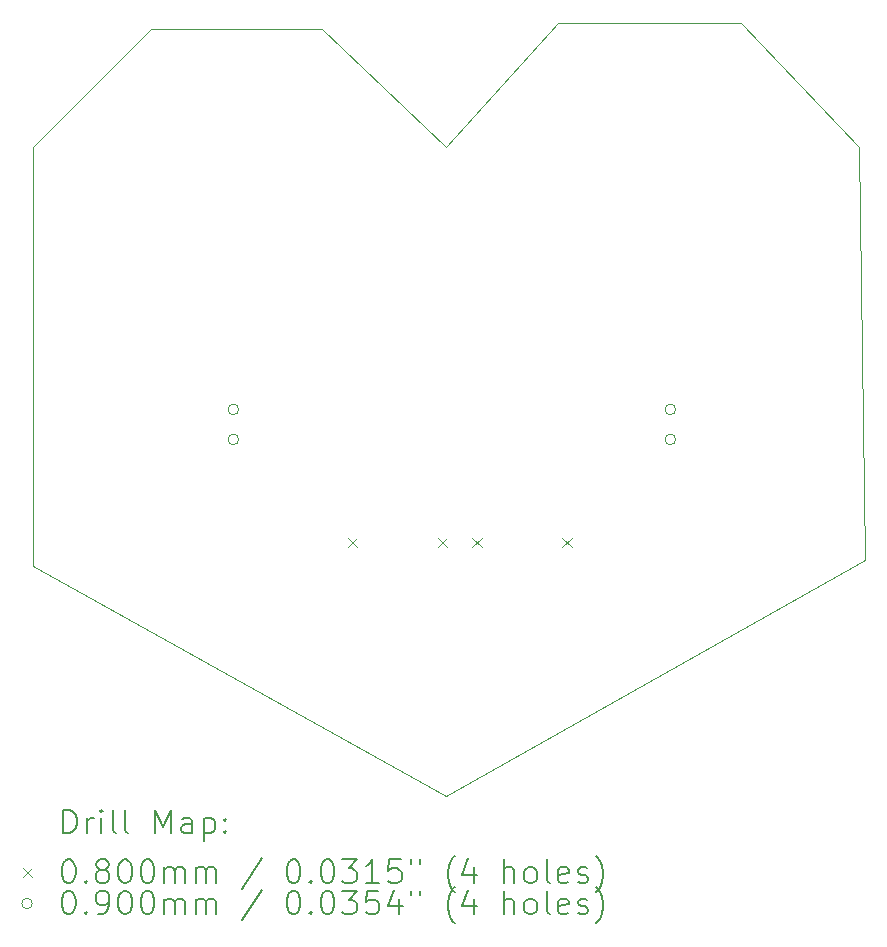
<source format=gbr>
%TF.GenerationSoftware,KiCad,Pcbnew,9.0.2*%
%TF.CreationDate,2025-06-11T20:44:21-07:00*%
%TF.ProjectId,solder,736f6c64-6572-42e6-9b69-6361645f7063,rev?*%
%TF.SameCoordinates,Original*%
%TF.FileFunction,Drillmap*%
%TF.FilePolarity,Positive*%
%FSLAX45Y45*%
G04 Gerber Fmt 4.5, Leading zero omitted, Abs format (unit mm)*
G04 Created by KiCad (PCBNEW 9.0.2) date 2025-06-11 20:44:21*
%MOMM*%
%LPD*%
G01*
G04 APERTURE LIST*
%ADD10C,0.050000*%
%ADD11C,0.200000*%
%ADD12C,0.100000*%
G04 APERTURE END LIST*
D10*
X9500000Y-3000000D02*
X9550000Y-6500000D01*
X6000000Y-8500000D01*
X2500000Y-6550000D01*
X2500000Y-3000000D01*
X3500000Y-2000000D01*
X4950000Y-2000000D01*
X6000000Y-3000000D01*
X6950000Y-1950000D01*
X8500000Y-1950000D01*
X9500000Y-3000000D01*
D11*
D12*
X5170500Y-6310000D02*
X5250500Y-6390000D01*
X5250500Y-6310000D02*
X5170500Y-6390000D01*
X5932500Y-6310000D02*
X6012500Y-6390000D01*
X6012500Y-6310000D02*
X5932500Y-6390000D01*
X6220500Y-6310000D02*
X6300500Y-6390000D01*
X6300500Y-6310000D02*
X6220500Y-6390000D01*
X6982500Y-6310000D02*
X7062500Y-6390000D01*
X7062500Y-6310000D02*
X6982500Y-6390000D01*
X4245000Y-5223500D02*
G75*
G02*
X4155000Y-5223500I-45000J0D01*
G01*
X4155000Y-5223500D02*
G75*
G02*
X4245000Y-5223500I45000J0D01*
G01*
X4245000Y-5477500D02*
G75*
G02*
X4155000Y-5477500I-45000J0D01*
G01*
X4155000Y-5477500D02*
G75*
G02*
X4245000Y-5477500I45000J0D01*
G01*
X7945000Y-5223500D02*
G75*
G02*
X7855000Y-5223500I-45000J0D01*
G01*
X7855000Y-5223500D02*
G75*
G02*
X7945000Y-5223500I45000J0D01*
G01*
X7945000Y-5477500D02*
G75*
G02*
X7855000Y-5477500I-45000J0D01*
G01*
X7855000Y-5477500D02*
G75*
G02*
X7945000Y-5477500I45000J0D01*
G01*
D11*
X2758277Y-8813984D02*
X2758277Y-8613984D01*
X2758277Y-8613984D02*
X2805896Y-8613984D01*
X2805896Y-8613984D02*
X2834467Y-8623508D01*
X2834467Y-8623508D02*
X2853515Y-8642555D01*
X2853515Y-8642555D02*
X2863039Y-8661603D01*
X2863039Y-8661603D02*
X2872562Y-8699698D01*
X2872562Y-8699698D02*
X2872562Y-8728270D01*
X2872562Y-8728270D02*
X2863039Y-8766365D01*
X2863039Y-8766365D02*
X2853515Y-8785412D01*
X2853515Y-8785412D02*
X2834467Y-8804460D01*
X2834467Y-8804460D02*
X2805896Y-8813984D01*
X2805896Y-8813984D02*
X2758277Y-8813984D01*
X2958277Y-8813984D02*
X2958277Y-8680650D01*
X2958277Y-8718746D02*
X2967801Y-8699698D01*
X2967801Y-8699698D02*
X2977324Y-8690174D01*
X2977324Y-8690174D02*
X2996372Y-8680650D01*
X2996372Y-8680650D02*
X3015420Y-8680650D01*
X3082086Y-8813984D02*
X3082086Y-8680650D01*
X3082086Y-8613984D02*
X3072562Y-8623508D01*
X3072562Y-8623508D02*
X3082086Y-8633031D01*
X3082086Y-8633031D02*
X3091610Y-8623508D01*
X3091610Y-8623508D02*
X3082086Y-8613984D01*
X3082086Y-8613984D02*
X3082086Y-8633031D01*
X3205896Y-8813984D02*
X3186848Y-8804460D01*
X3186848Y-8804460D02*
X3177324Y-8785412D01*
X3177324Y-8785412D02*
X3177324Y-8613984D01*
X3310658Y-8813984D02*
X3291610Y-8804460D01*
X3291610Y-8804460D02*
X3282086Y-8785412D01*
X3282086Y-8785412D02*
X3282086Y-8613984D01*
X3539229Y-8813984D02*
X3539229Y-8613984D01*
X3539229Y-8613984D02*
X3605896Y-8756841D01*
X3605896Y-8756841D02*
X3672562Y-8613984D01*
X3672562Y-8613984D02*
X3672562Y-8813984D01*
X3853515Y-8813984D02*
X3853515Y-8709222D01*
X3853515Y-8709222D02*
X3843991Y-8690174D01*
X3843991Y-8690174D02*
X3824943Y-8680650D01*
X3824943Y-8680650D02*
X3786848Y-8680650D01*
X3786848Y-8680650D02*
X3767801Y-8690174D01*
X3853515Y-8804460D02*
X3834467Y-8813984D01*
X3834467Y-8813984D02*
X3786848Y-8813984D01*
X3786848Y-8813984D02*
X3767801Y-8804460D01*
X3767801Y-8804460D02*
X3758277Y-8785412D01*
X3758277Y-8785412D02*
X3758277Y-8766365D01*
X3758277Y-8766365D02*
X3767801Y-8747317D01*
X3767801Y-8747317D02*
X3786848Y-8737793D01*
X3786848Y-8737793D02*
X3834467Y-8737793D01*
X3834467Y-8737793D02*
X3853515Y-8728270D01*
X3948753Y-8680650D02*
X3948753Y-8880650D01*
X3948753Y-8690174D02*
X3967801Y-8680650D01*
X3967801Y-8680650D02*
X4005896Y-8680650D01*
X4005896Y-8680650D02*
X4024943Y-8690174D01*
X4024943Y-8690174D02*
X4034467Y-8699698D01*
X4034467Y-8699698D02*
X4043991Y-8718746D01*
X4043991Y-8718746D02*
X4043991Y-8775889D01*
X4043991Y-8775889D02*
X4034467Y-8794936D01*
X4034467Y-8794936D02*
X4024943Y-8804460D01*
X4024943Y-8804460D02*
X4005896Y-8813984D01*
X4005896Y-8813984D02*
X3967801Y-8813984D01*
X3967801Y-8813984D02*
X3948753Y-8804460D01*
X4129705Y-8794936D02*
X4139229Y-8804460D01*
X4139229Y-8804460D02*
X4129705Y-8813984D01*
X4129705Y-8813984D02*
X4120182Y-8804460D01*
X4120182Y-8804460D02*
X4129705Y-8794936D01*
X4129705Y-8794936D02*
X4129705Y-8813984D01*
X4129705Y-8690174D02*
X4139229Y-8699698D01*
X4139229Y-8699698D02*
X4129705Y-8709222D01*
X4129705Y-8709222D02*
X4120182Y-8699698D01*
X4120182Y-8699698D02*
X4129705Y-8690174D01*
X4129705Y-8690174D02*
X4129705Y-8709222D01*
D12*
X2417500Y-9102500D02*
X2497500Y-9182500D01*
X2497500Y-9102500D02*
X2417500Y-9182500D01*
D11*
X2796372Y-9033984D02*
X2815420Y-9033984D01*
X2815420Y-9033984D02*
X2834467Y-9043508D01*
X2834467Y-9043508D02*
X2843991Y-9053031D01*
X2843991Y-9053031D02*
X2853515Y-9072079D01*
X2853515Y-9072079D02*
X2863039Y-9110174D01*
X2863039Y-9110174D02*
X2863039Y-9157793D01*
X2863039Y-9157793D02*
X2853515Y-9195889D01*
X2853515Y-9195889D02*
X2843991Y-9214936D01*
X2843991Y-9214936D02*
X2834467Y-9224460D01*
X2834467Y-9224460D02*
X2815420Y-9233984D01*
X2815420Y-9233984D02*
X2796372Y-9233984D01*
X2796372Y-9233984D02*
X2777324Y-9224460D01*
X2777324Y-9224460D02*
X2767801Y-9214936D01*
X2767801Y-9214936D02*
X2758277Y-9195889D01*
X2758277Y-9195889D02*
X2748753Y-9157793D01*
X2748753Y-9157793D02*
X2748753Y-9110174D01*
X2748753Y-9110174D02*
X2758277Y-9072079D01*
X2758277Y-9072079D02*
X2767801Y-9053031D01*
X2767801Y-9053031D02*
X2777324Y-9043508D01*
X2777324Y-9043508D02*
X2796372Y-9033984D01*
X2948753Y-9214936D02*
X2958277Y-9224460D01*
X2958277Y-9224460D02*
X2948753Y-9233984D01*
X2948753Y-9233984D02*
X2939229Y-9224460D01*
X2939229Y-9224460D02*
X2948753Y-9214936D01*
X2948753Y-9214936D02*
X2948753Y-9233984D01*
X3072562Y-9119698D02*
X3053515Y-9110174D01*
X3053515Y-9110174D02*
X3043991Y-9100650D01*
X3043991Y-9100650D02*
X3034467Y-9081603D01*
X3034467Y-9081603D02*
X3034467Y-9072079D01*
X3034467Y-9072079D02*
X3043991Y-9053031D01*
X3043991Y-9053031D02*
X3053515Y-9043508D01*
X3053515Y-9043508D02*
X3072562Y-9033984D01*
X3072562Y-9033984D02*
X3110658Y-9033984D01*
X3110658Y-9033984D02*
X3129705Y-9043508D01*
X3129705Y-9043508D02*
X3139229Y-9053031D01*
X3139229Y-9053031D02*
X3148753Y-9072079D01*
X3148753Y-9072079D02*
X3148753Y-9081603D01*
X3148753Y-9081603D02*
X3139229Y-9100650D01*
X3139229Y-9100650D02*
X3129705Y-9110174D01*
X3129705Y-9110174D02*
X3110658Y-9119698D01*
X3110658Y-9119698D02*
X3072562Y-9119698D01*
X3072562Y-9119698D02*
X3053515Y-9129222D01*
X3053515Y-9129222D02*
X3043991Y-9138746D01*
X3043991Y-9138746D02*
X3034467Y-9157793D01*
X3034467Y-9157793D02*
X3034467Y-9195889D01*
X3034467Y-9195889D02*
X3043991Y-9214936D01*
X3043991Y-9214936D02*
X3053515Y-9224460D01*
X3053515Y-9224460D02*
X3072562Y-9233984D01*
X3072562Y-9233984D02*
X3110658Y-9233984D01*
X3110658Y-9233984D02*
X3129705Y-9224460D01*
X3129705Y-9224460D02*
X3139229Y-9214936D01*
X3139229Y-9214936D02*
X3148753Y-9195889D01*
X3148753Y-9195889D02*
X3148753Y-9157793D01*
X3148753Y-9157793D02*
X3139229Y-9138746D01*
X3139229Y-9138746D02*
X3129705Y-9129222D01*
X3129705Y-9129222D02*
X3110658Y-9119698D01*
X3272562Y-9033984D02*
X3291610Y-9033984D01*
X3291610Y-9033984D02*
X3310658Y-9043508D01*
X3310658Y-9043508D02*
X3320182Y-9053031D01*
X3320182Y-9053031D02*
X3329705Y-9072079D01*
X3329705Y-9072079D02*
X3339229Y-9110174D01*
X3339229Y-9110174D02*
X3339229Y-9157793D01*
X3339229Y-9157793D02*
X3329705Y-9195889D01*
X3329705Y-9195889D02*
X3320182Y-9214936D01*
X3320182Y-9214936D02*
X3310658Y-9224460D01*
X3310658Y-9224460D02*
X3291610Y-9233984D01*
X3291610Y-9233984D02*
X3272562Y-9233984D01*
X3272562Y-9233984D02*
X3253515Y-9224460D01*
X3253515Y-9224460D02*
X3243991Y-9214936D01*
X3243991Y-9214936D02*
X3234467Y-9195889D01*
X3234467Y-9195889D02*
X3224943Y-9157793D01*
X3224943Y-9157793D02*
X3224943Y-9110174D01*
X3224943Y-9110174D02*
X3234467Y-9072079D01*
X3234467Y-9072079D02*
X3243991Y-9053031D01*
X3243991Y-9053031D02*
X3253515Y-9043508D01*
X3253515Y-9043508D02*
X3272562Y-9033984D01*
X3463039Y-9033984D02*
X3482086Y-9033984D01*
X3482086Y-9033984D02*
X3501134Y-9043508D01*
X3501134Y-9043508D02*
X3510658Y-9053031D01*
X3510658Y-9053031D02*
X3520182Y-9072079D01*
X3520182Y-9072079D02*
X3529705Y-9110174D01*
X3529705Y-9110174D02*
X3529705Y-9157793D01*
X3529705Y-9157793D02*
X3520182Y-9195889D01*
X3520182Y-9195889D02*
X3510658Y-9214936D01*
X3510658Y-9214936D02*
X3501134Y-9224460D01*
X3501134Y-9224460D02*
X3482086Y-9233984D01*
X3482086Y-9233984D02*
X3463039Y-9233984D01*
X3463039Y-9233984D02*
X3443991Y-9224460D01*
X3443991Y-9224460D02*
X3434467Y-9214936D01*
X3434467Y-9214936D02*
X3424943Y-9195889D01*
X3424943Y-9195889D02*
X3415420Y-9157793D01*
X3415420Y-9157793D02*
X3415420Y-9110174D01*
X3415420Y-9110174D02*
X3424943Y-9072079D01*
X3424943Y-9072079D02*
X3434467Y-9053031D01*
X3434467Y-9053031D02*
X3443991Y-9043508D01*
X3443991Y-9043508D02*
X3463039Y-9033984D01*
X3615420Y-9233984D02*
X3615420Y-9100650D01*
X3615420Y-9119698D02*
X3624943Y-9110174D01*
X3624943Y-9110174D02*
X3643991Y-9100650D01*
X3643991Y-9100650D02*
X3672563Y-9100650D01*
X3672563Y-9100650D02*
X3691610Y-9110174D01*
X3691610Y-9110174D02*
X3701134Y-9129222D01*
X3701134Y-9129222D02*
X3701134Y-9233984D01*
X3701134Y-9129222D02*
X3710658Y-9110174D01*
X3710658Y-9110174D02*
X3729705Y-9100650D01*
X3729705Y-9100650D02*
X3758277Y-9100650D01*
X3758277Y-9100650D02*
X3777324Y-9110174D01*
X3777324Y-9110174D02*
X3786848Y-9129222D01*
X3786848Y-9129222D02*
X3786848Y-9233984D01*
X3882086Y-9233984D02*
X3882086Y-9100650D01*
X3882086Y-9119698D02*
X3891610Y-9110174D01*
X3891610Y-9110174D02*
X3910658Y-9100650D01*
X3910658Y-9100650D02*
X3939229Y-9100650D01*
X3939229Y-9100650D02*
X3958277Y-9110174D01*
X3958277Y-9110174D02*
X3967801Y-9129222D01*
X3967801Y-9129222D02*
X3967801Y-9233984D01*
X3967801Y-9129222D02*
X3977324Y-9110174D01*
X3977324Y-9110174D02*
X3996372Y-9100650D01*
X3996372Y-9100650D02*
X4024943Y-9100650D01*
X4024943Y-9100650D02*
X4043991Y-9110174D01*
X4043991Y-9110174D02*
X4053515Y-9129222D01*
X4053515Y-9129222D02*
X4053515Y-9233984D01*
X4443991Y-9024460D02*
X4272563Y-9281603D01*
X4701134Y-9033984D02*
X4720182Y-9033984D01*
X4720182Y-9033984D02*
X4739229Y-9043508D01*
X4739229Y-9043508D02*
X4748753Y-9053031D01*
X4748753Y-9053031D02*
X4758277Y-9072079D01*
X4758277Y-9072079D02*
X4767801Y-9110174D01*
X4767801Y-9110174D02*
X4767801Y-9157793D01*
X4767801Y-9157793D02*
X4758277Y-9195889D01*
X4758277Y-9195889D02*
X4748753Y-9214936D01*
X4748753Y-9214936D02*
X4739229Y-9224460D01*
X4739229Y-9224460D02*
X4720182Y-9233984D01*
X4720182Y-9233984D02*
X4701134Y-9233984D01*
X4701134Y-9233984D02*
X4682087Y-9224460D01*
X4682087Y-9224460D02*
X4672563Y-9214936D01*
X4672563Y-9214936D02*
X4663039Y-9195889D01*
X4663039Y-9195889D02*
X4653515Y-9157793D01*
X4653515Y-9157793D02*
X4653515Y-9110174D01*
X4653515Y-9110174D02*
X4663039Y-9072079D01*
X4663039Y-9072079D02*
X4672563Y-9053031D01*
X4672563Y-9053031D02*
X4682087Y-9043508D01*
X4682087Y-9043508D02*
X4701134Y-9033984D01*
X4853515Y-9214936D02*
X4863039Y-9224460D01*
X4863039Y-9224460D02*
X4853515Y-9233984D01*
X4853515Y-9233984D02*
X4843991Y-9224460D01*
X4843991Y-9224460D02*
X4853515Y-9214936D01*
X4853515Y-9214936D02*
X4853515Y-9233984D01*
X4986848Y-9033984D02*
X5005896Y-9033984D01*
X5005896Y-9033984D02*
X5024944Y-9043508D01*
X5024944Y-9043508D02*
X5034468Y-9053031D01*
X5034468Y-9053031D02*
X5043991Y-9072079D01*
X5043991Y-9072079D02*
X5053515Y-9110174D01*
X5053515Y-9110174D02*
X5053515Y-9157793D01*
X5053515Y-9157793D02*
X5043991Y-9195889D01*
X5043991Y-9195889D02*
X5034468Y-9214936D01*
X5034468Y-9214936D02*
X5024944Y-9224460D01*
X5024944Y-9224460D02*
X5005896Y-9233984D01*
X5005896Y-9233984D02*
X4986848Y-9233984D01*
X4986848Y-9233984D02*
X4967801Y-9224460D01*
X4967801Y-9224460D02*
X4958277Y-9214936D01*
X4958277Y-9214936D02*
X4948753Y-9195889D01*
X4948753Y-9195889D02*
X4939229Y-9157793D01*
X4939229Y-9157793D02*
X4939229Y-9110174D01*
X4939229Y-9110174D02*
X4948753Y-9072079D01*
X4948753Y-9072079D02*
X4958277Y-9053031D01*
X4958277Y-9053031D02*
X4967801Y-9043508D01*
X4967801Y-9043508D02*
X4986848Y-9033984D01*
X5120182Y-9033984D02*
X5243991Y-9033984D01*
X5243991Y-9033984D02*
X5177325Y-9110174D01*
X5177325Y-9110174D02*
X5205896Y-9110174D01*
X5205896Y-9110174D02*
X5224944Y-9119698D01*
X5224944Y-9119698D02*
X5234468Y-9129222D01*
X5234468Y-9129222D02*
X5243991Y-9148270D01*
X5243991Y-9148270D02*
X5243991Y-9195889D01*
X5243991Y-9195889D02*
X5234468Y-9214936D01*
X5234468Y-9214936D02*
X5224944Y-9224460D01*
X5224944Y-9224460D02*
X5205896Y-9233984D01*
X5205896Y-9233984D02*
X5148753Y-9233984D01*
X5148753Y-9233984D02*
X5129706Y-9224460D01*
X5129706Y-9224460D02*
X5120182Y-9214936D01*
X5434468Y-9233984D02*
X5320182Y-9233984D01*
X5377325Y-9233984D02*
X5377325Y-9033984D01*
X5377325Y-9033984D02*
X5358277Y-9062555D01*
X5358277Y-9062555D02*
X5339229Y-9081603D01*
X5339229Y-9081603D02*
X5320182Y-9091127D01*
X5615420Y-9033984D02*
X5520182Y-9033984D01*
X5520182Y-9033984D02*
X5510658Y-9129222D01*
X5510658Y-9129222D02*
X5520182Y-9119698D01*
X5520182Y-9119698D02*
X5539229Y-9110174D01*
X5539229Y-9110174D02*
X5586849Y-9110174D01*
X5586849Y-9110174D02*
X5605896Y-9119698D01*
X5605896Y-9119698D02*
X5615420Y-9129222D01*
X5615420Y-9129222D02*
X5624944Y-9148270D01*
X5624944Y-9148270D02*
X5624944Y-9195889D01*
X5624944Y-9195889D02*
X5615420Y-9214936D01*
X5615420Y-9214936D02*
X5605896Y-9224460D01*
X5605896Y-9224460D02*
X5586849Y-9233984D01*
X5586849Y-9233984D02*
X5539229Y-9233984D01*
X5539229Y-9233984D02*
X5520182Y-9224460D01*
X5520182Y-9224460D02*
X5510658Y-9214936D01*
X5701134Y-9033984D02*
X5701134Y-9072079D01*
X5777325Y-9033984D02*
X5777325Y-9072079D01*
X6072563Y-9310174D02*
X6063039Y-9300650D01*
X6063039Y-9300650D02*
X6043991Y-9272079D01*
X6043991Y-9272079D02*
X6034468Y-9253031D01*
X6034468Y-9253031D02*
X6024944Y-9224460D01*
X6024944Y-9224460D02*
X6015420Y-9176841D01*
X6015420Y-9176841D02*
X6015420Y-9138746D01*
X6015420Y-9138746D02*
X6024944Y-9091127D01*
X6024944Y-9091127D02*
X6034468Y-9062555D01*
X6034468Y-9062555D02*
X6043991Y-9043508D01*
X6043991Y-9043508D02*
X6063039Y-9014936D01*
X6063039Y-9014936D02*
X6072563Y-9005412D01*
X6234468Y-9100650D02*
X6234468Y-9233984D01*
X6186848Y-9024460D02*
X6139229Y-9167317D01*
X6139229Y-9167317D02*
X6263039Y-9167317D01*
X6491610Y-9233984D02*
X6491610Y-9033984D01*
X6577325Y-9233984D02*
X6577325Y-9129222D01*
X6577325Y-9129222D02*
X6567801Y-9110174D01*
X6567801Y-9110174D02*
X6548753Y-9100650D01*
X6548753Y-9100650D02*
X6520182Y-9100650D01*
X6520182Y-9100650D02*
X6501134Y-9110174D01*
X6501134Y-9110174D02*
X6491610Y-9119698D01*
X6701134Y-9233984D02*
X6682087Y-9224460D01*
X6682087Y-9224460D02*
X6672563Y-9214936D01*
X6672563Y-9214936D02*
X6663039Y-9195889D01*
X6663039Y-9195889D02*
X6663039Y-9138746D01*
X6663039Y-9138746D02*
X6672563Y-9119698D01*
X6672563Y-9119698D02*
X6682087Y-9110174D01*
X6682087Y-9110174D02*
X6701134Y-9100650D01*
X6701134Y-9100650D02*
X6729706Y-9100650D01*
X6729706Y-9100650D02*
X6748753Y-9110174D01*
X6748753Y-9110174D02*
X6758277Y-9119698D01*
X6758277Y-9119698D02*
X6767801Y-9138746D01*
X6767801Y-9138746D02*
X6767801Y-9195889D01*
X6767801Y-9195889D02*
X6758277Y-9214936D01*
X6758277Y-9214936D02*
X6748753Y-9224460D01*
X6748753Y-9224460D02*
X6729706Y-9233984D01*
X6729706Y-9233984D02*
X6701134Y-9233984D01*
X6882087Y-9233984D02*
X6863039Y-9224460D01*
X6863039Y-9224460D02*
X6853515Y-9205412D01*
X6853515Y-9205412D02*
X6853515Y-9033984D01*
X7034468Y-9224460D02*
X7015420Y-9233984D01*
X7015420Y-9233984D02*
X6977325Y-9233984D01*
X6977325Y-9233984D02*
X6958277Y-9224460D01*
X6958277Y-9224460D02*
X6948753Y-9205412D01*
X6948753Y-9205412D02*
X6948753Y-9129222D01*
X6948753Y-9129222D02*
X6958277Y-9110174D01*
X6958277Y-9110174D02*
X6977325Y-9100650D01*
X6977325Y-9100650D02*
X7015420Y-9100650D01*
X7015420Y-9100650D02*
X7034468Y-9110174D01*
X7034468Y-9110174D02*
X7043991Y-9129222D01*
X7043991Y-9129222D02*
X7043991Y-9148270D01*
X7043991Y-9148270D02*
X6948753Y-9167317D01*
X7120182Y-9224460D02*
X7139230Y-9233984D01*
X7139230Y-9233984D02*
X7177325Y-9233984D01*
X7177325Y-9233984D02*
X7196372Y-9224460D01*
X7196372Y-9224460D02*
X7205896Y-9205412D01*
X7205896Y-9205412D02*
X7205896Y-9195889D01*
X7205896Y-9195889D02*
X7196372Y-9176841D01*
X7196372Y-9176841D02*
X7177325Y-9167317D01*
X7177325Y-9167317D02*
X7148753Y-9167317D01*
X7148753Y-9167317D02*
X7129706Y-9157793D01*
X7129706Y-9157793D02*
X7120182Y-9138746D01*
X7120182Y-9138746D02*
X7120182Y-9129222D01*
X7120182Y-9129222D02*
X7129706Y-9110174D01*
X7129706Y-9110174D02*
X7148753Y-9100650D01*
X7148753Y-9100650D02*
X7177325Y-9100650D01*
X7177325Y-9100650D02*
X7196372Y-9110174D01*
X7272563Y-9310174D02*
X7282087Y-9300650D01*
X7282087Y-9300650D02*
X7301134Y-9272079D01*
X7301134Y-9272079D02*
X7310658Y-9253031D01*
X7310658Y-9253031D02*
X7320182Y-9224460D01*
X7320182Y-9224460D02*
X7329706Y-9176841D01*
X7329706Y-9176841D02*
X7329706Y-9138746D01*
X7329706Y-9138746D02*
X7320182Y-9091127D01*
X7320182Y-9091127D02*
X7310658Y-9062555D01*
X7310658Y-9062555D02*
X7301134Y-9043508D01*
X7301134Y-9043508D02*
X7282087Y-9014936D01*
X7282087Y-9014936D02*
X7272563Y-9005412D01*
D12*
X2497500Y-9406500D02*
G75*
G02*
X2407500Y-9406500I-45000J0D01*
G01*
X2407500Y-9406500D02*
G75*
G02*
X2497500Y-9406500I45000J0D01*
G01*
D11*
X2796372Y-9297984D02*
X2815420Y-9297984D01*
X2815420Y-9297984D02*
X2834467Y-9307508D01*
X2834467Y-9307508D02*
X2843991Y-9317031D01*
X2843991Y-9317031D02*
X2853515Y-9336079D01*
X2853515Y-9336079D02*
X2863039Y-9374174D01*
X2863039Y-9374174D02*
X2863039Y-9421793D01*
X2863039Y-9421793D02*
X2853515Y-9459889D01*
X2853515Y-9459889D02*
X2843991Y-9478936D01*
X2843991Y-9478936D02*
X2834467Y-9488460D01*
X2834467Y-9488460D02*
X2815420Y-9497984D01*
X2815420Y-9497984D02*
X2796372Y-9497984D01*
X2796372Y-9497984D02*
X2777324Y-9488460D01*
X2777324Y-9488460D02*
X2767801Y-9478936D01*
X2767801Y-9478936D02*
X2758277Y-9459889D01*
X2758277Y-9459889D02*
X2748753Y-9421793D01*
X2748753Y-9421793D02*
X2748753Y-9374174D01*
X2748753Y-9374174D02*
X2758277Y-9336079D01*
X2758277Y-9336079D02*
X2767801Y-9317031D01*
X2767801Y-9317031D02*
X2777324Y-9307508D01*
X2777324Y-9307508D02*
X2796372Y-9297984D01*
X2948753Y-9478936D02*
X2958277Y-9488460D01*
X2958277Y-9488460D02*
X2948753Y-9497984D01*
X2948753Y-9497984D02*
X2939229Y-9488460D01*
X2939229Y-9488460D02*
X2948753Y-9478936D01*
X2948753Y-9478936D02*
X2948753Y-9497984D01*
X3053515Y-9497984D02*
X3091610Y-9497984D01*
X3091610Y-9497984D02*
X3110658Y-9488460D01*
X3110658Y-9488460D02*
X3120182Y-9478936D01*
X3120182Y-9478936D02*
X3139229Y-9450365D01*
X3139229Y-9450365D02*
X3148753Y-9412270D01*
X3148753Y-9412270D02*
X3148753Y-9336079D01*
X3148753Y-9336079D02*
X3139229Y-9317031D01*
X3139229Y-9317031D02*
X3129705Y-9307508D01*
X3129705Y-9307508D02*
X3110658Y-9297984D01*
X3110658Y-9297984D02*
X3072562Y-9297984D01*
X3072562Y-9297984D02*
X3053515Y-9307508D01*
X3053515Y-9307508D02*
X3043991Y-9317031D01*
X3043991Y-9317031D02*
X3034467Y-9336079D01*
X3034467Y-9336079D02*
X3034467Y-9383698D01*
X3034467Y-9383698D02*
X3043991Y-9402746D01*
X3043991Y-9402746D02*
X3053515Y-9412270D01*
X3053515Y-9412270D02*
X3072562Y-9421793D01*
X3072562Y-9421793D02*
X3110658Y-9421793D01*
X3110658Y-9421793D02*
X3129705Y-9412270D01*
X3129705Y-9412270D02*
X3139229Y-9402746D01*
X3139229Y-9402746D02*
X3148753Y-9383698D01*
X3272562Y-9297984D02*
X3291610Y-9297984D01*
X3291610Y-9297984D02*
X3310658Y-9307508D01*
X3310658Y-9307508D02*
X3320182Y-9317031D01*
X3320182Y-9317031D02*
X3329705Y-9336079D01*
X3329705Y-9336079D02*
X3339229Y-9374174D01*
X3339229Y-9374174D02*
X3339229Y-9421793D01*
X3339229Y-9421793D02*
X3329705Y-9459889D01*
X3329705Y-9459889D02*
X3320182Y-9478936D01*
X3320182Y-9478936D02*
X3310658Y-9488460D01*
X3310658Y-9488460D02*
X3291610Y-9497984D01*
X3291610Y-9497984D02*
X3272562Y-9497984D01*
X3272562Y-9497984D02*
X3253515Y-9488460D01*
X3253515Y-9488460D02*
X3243991Y-9478936D01*
X3243991Y-9478936D02*
X3234467Y-9459889D01*
X3234467Y-9459889D02*
X3224943Y-9421793D01*
X3224943Y-9421793D02*
X3224943Y-9374174D01*
X3224943Y-9374174D02*
X3234467Y-9336079D01*
X3234467Y-9336079D02*
X3243991Y-9317031D01*
X3243991Y-9317031D02*
X3253515Y-9307508D01*
X3253515Y-9307508D02*
X3272562Y-9297984D01*
X3463039Y-9297984D02*
X3482086Y-9297984D01*
X3482086Y-9297984D02*
X3501134Y-9307508D01*
X3501134Y-9307508D02*
X3510658Y-9317031D01*
X3510658Y-9317031D02*
X3520182Y-9336079D01*
X3520182Y-9336079D02*
X3529705Y-9374174D01*
X3529705Y-9374174D02*
X3529705Y-9421793D01*
X3529705Y-9421793D02*
X3520182Y-9459889D01*
X3520182Y-9459889D02*
X3510658Y-9478936D01*
X3510658Y-9478936D02*
X3501134Y-9488460D01*
X3501134Y-9488460D02*
X3482086Y-9497984D01*
X3482086Y-9497984D02*
X3463039Y-9497984D01*
X3463039Y-9497984D02*
X3443991Y-9488460D01*
X3443991Y-9488460D02*
X3434467Y-9478936D01*
X3434467Y-9478936D02*
X3424943Y-9459889D01*
X3424943Y-9459889D02*
X3415420Y-9421793D01*
X3415420Y-9421793D02*
X3415420Y-9374174D01*
X3415420Y-9374174D02*
X3424943Y-9336079D01*
X3424943Y-9336079D02*
X3434467Y-9317031D01*
X3434467Y-9317031D02*
X3443991Y-9307508D01*
X3443991Y-9307508D02*
X3463039Y-9297984D01*
X3615420Y-9497984D02*
X3615420Y-9364650D01*
X3615420Y-9383698D02*
X3624943Y-9374174D01*
X3624943Y-9374174D02*
X3643991Y-9364650D01*
X3643991Y-9364650D02*
X3672563Y-9364650D01*
X3672563Y-9364650D02*
X3691610Y-9374174D01*
X3691610Y-9374174D02*
X3701134Y-9393222D01*
X3701134Y-9393222D02*
X3701134Y-9497984D01*
X3701134Y-9393222D02*
X3710658Y-9374174D01*
X3710658Y-9374174D02*
X3729705Y-9364650D01*
X3729705Y-9364650D02*
X3758277Y-9364650D01*
X3758277Y-9364650D02*
X3777324Y-9374174D01*
X3777324Y-9374174D02*
X3786848Y-9393222D01*
X3786848Y-9393222D02*
X3786848Y-9497984D01*
X3882086Y-9497984D02*
X3882086Y-9364650D01*
X3882086Y-9383698D02*
X3891610Y-9374174D01*
X3891610Y-9374174D02*
X3910658Y-9364650D01*
X3910658Y-9364650D02*
X3939229Y-9364650D01*
X3939229Y-9364650D02*
X3958277Y-9374174D01*
X3958277Y-9374174D02*
X3967801Y-9393222D01*
X3967801Y-9393222D02*
X3967801Y-9497984D01*
X3967801Y-9393222D02*
X3977324Y-9374174D01*
X3977324Y-9374174D02*
X3996372Y-9364650D01*
X3996372Y-9364650D02*
X4024943Y-9364650D01*
X4024943Y-9364650D02*
X4043991Y-9374174D01*
X4043991Y-9374174D02*
X4053515Y-9393222D01*
X4053515Y-9393222D02*
X4053515Y-9497984D01*
X4443991Y-9288460D02*
X4272563Y-9545603D01*
X4701134Y-9297984D02*
X4720182Y-9297984D01*
X4720182Y-9297984D02*
X4739229Y-9307508D01*
X4739229Y-9307508D02*
X4748753Y-9317031D01*
X4748753Y-9317031D02*
X4758277Y-9336079D01*
X4758277Y-9336079D02*
X4767801Y-9374174D01*
X4767801Y-9374174D02*
X4767801Y-9421793D01*
X4767801Y-9421793D02*
X4758277Y-9459889D01*
X4758277Y-9459889D02*
X4748753Y-9478936D01*
X4748753Y-9478936D02*
X4739229Y-9488460D01*
X4739229Y-9488460D02*
X4720182Y-9497984D01*
X4720182Y-9497984D02*
X4701134Y-9497984D01*
X4701134Y-9497984D02*
X4682087Y-9488460D01*
X4682087Y-9488460D02*
X4672563Y-9478936D01*
X4672563Y-9478936D02*
X4663039Y-9459889D01*
X4663039Y-9459889D02*
X4653515Y-9421793D01*
X4653515Y-9421793D02*
X4653515Y-9374174D01*
X4653515Y-9374174D02*
X4663039Y-9336079D01*
X4663039Y-9336079D02*
X4672563Y-9317031D01*
X4672563Y-9317031D02*
X4682087Y-9307508D01*
X4682087Y-9307508D02*
X4701134Y-9297984D01*
X4853515Y-9478936D02*
X4863039Y-9488460D01*
X4863039Y-9488460D02*
X4853515Y-9497984D01*
X4853515Y-9497984D02*
X4843991Y-9488460D01*
X4843991Y-9488460D02*
X4853515Y-9478936D01*
X4853515Y-9478936D02*
X4853515Y-9497984D01*
X4986848Y-9297984D02*
X5005896Y-9297984D01*
X5005896Y-9297984D02*
X5024944Y-9307508D01*
X5024944Y-9307508D02*
X5034468Y-9317031D01*
X5034468Y-9317031D02*
X5043991Y-9336079D01*
X5043991Y-9336079D02*
X5053515Y-9374174D01*
X5053515Y-9374174D02*
X5053515Y-9421793D01*
X5053515Y-9421793D02*
X5043991Y-9459889D01*
X5043991Y-9459889D02*
X5034468Y-9478936D01*
X5034468Y-9478936D02*
X5024944Y-9488460D01*
X5024944Y-9488460D02*
X5005896Y-9497984D01*
X5005896Y-9497984D02*
X4986848Y-9497984D01*
X4986848Y-9497984D02*
X4967801Y-9488460D01*
X4967801Y-9488460D02*
X4958277Y-9478936D01*
X4958277Y-9478936D02*
X4948753Y-9459889D01*
X4948753Y-9459889D02*
X4939229Y-9421793D01*
X4939229Y-9421793D02*
X4939229Y-9374174D01*
X4939229Y-9374174D02*
X4948753Y-9336079D01*
X4948753Y-9336079D02*
X4958277Y-9317031D01*
X4958277Y-9317031D02*
X4967801Y-9307508D01*
X4967801Y-9307508D02*
X4986848Y-9297984D01*
X5120182Y-9297984D02*
X5243991Y-9297984D01*
X5243991Y-9297984D02*
X5177325Y-9374174D01*
X5177325Y-9374174D02*
X5205896Y-9374174D01*
X5205896Y-9374174D02*
X5224944Y-9383698D01*
X5224944Y-9383698D02*
X5234468Y-9393222D01*
X5234468Y-9393222D02*
X5243991Y-9412270D01*
X5243991Y-9412270D02*
X5243991Y-9459889D01*
X5243991Y-9459889D02*
X5234468Y-9478936D01*
X5234468Y-9478936D02*
X5224944Y-9488460D01*
X5224944Y-9488460D02*
X5205896Y-9497984D01*
X5205896Y-9497984D02*
X5148753Y-9497984D01*
X5148753Y-9497984D02*
X5129706Y-9488460D01*
X5129706Y-9488460D02*
X5120182Y-9478936D01*
X5424944Y-9297984D02*
X5329706Y-9297984D01*
X5329706Y-9297984D02*
X5320182Y-9393222D01*
X5320182Y-9393222D02*
X5329706Y-9383698D01*
X5329706Y-9383698D02*
X5348753Y-9374174D01*
X5348753Y-9374174D02*
X5396372Y-9374174D01*
X5396372Y-9374174D02*
X5415420Y-9383698D01*
X5415420Y-9383698D02*
X5424944Y-9393222D01*
X5424944Y-9393222D02*
X5434468Y-9412270D01*
X5434468Y-9412270D02*
X5434468Y-9459889D01*
X5434468Y-9459889D02*
X5424944Y-9478936D01*
X5424944Y-9478936D02*
X5415420Y-9488460D01*
X5415420Y-9488460D02*
X5396372Y-9497984D01*
X5396372Y-9497984D02*
X5348753Y-9497984D01*
X5348753Y-9497984D02*
X5329706Y-9488460D01*
X5329706Y-9488460D02*
X5320182Y-9478936D01*
X5605896Y-9364650D02*
X5605896Y-9497984D01*
X5558277Y-9288460D02*
X5510658Y-9431317D01*
X5510658Y-9431317D02*
X5634467Y-9431317D01*
X5701134Y-9297984D02*
X5701134Y-9336079D01*
X5777325Y-9297984D02*
X5777325Y-9336079D01*
X6072563Y-9574174D02*
X6063039Y-9564650D01*
X6063039Y-9564650D02*
X6043991Y-9536079D01*
X6043991Y-9536079D02*
X6034468Y-9517031D01*
X6034468Y-9517031D02*
X6024944Y-9488460D01*
X6024944Y-9488460D02*
X6015420Y-9440841D01*
X6015420Y-9440841D02*
X6015420Y-9402746D01*
X6015420Y-9402746D02*
X6024944Y-9355127D01*
X6024944Y-9355127D02*
X6034468Y-9326555D01*
X6034468Y-9326555D02*
X6043991Y-9307508D01*
X6043991Y-9307508D02*
X6063039Y-9278936D01*
X6063039Y-9278936D02*
X6072563Y-9269412D01*
X6234468Y-9364650D02*
X6234468Y-9497984D01*
X6186848Y-9288460D02*
X6139229Y-9431317D01*
X6139229Y-9431317D02*
X6263039Y-9431317D01*
X6491610Y-9497984D02*
X6491610Y-9297984D01*
X6577325Y-9497984D02*
X6577325Y-9393222D01*
X6577325Y-9393222D02*
X6567801Y-9374174D01*
X6567801Y-9374174D02*
X6548753Y-9364650D01*
X6548753Y-9364650D02*
X6520182Y-9364650D01*
X6520182Y-9364650D02*
X6501134Y-9374174D01*
X6501134Y-9374174D02*
X6491610Y-9383698D01*
X6701134Y-9497984D02*
X6682087Y-9488460D01*
X6682087Y-9488460D02*
X6672563Y-9478936D01*
X6672563Y-9478936D02*
X6663039Y-9459889D01*
X6663039Y-9459889D02*
X6663039Y-9402746D01*
X6663039Y-9402746D02*
X6672563Y-9383698D01*
X6672563Y-9383698D02*
X6682087Y-9374174D01*
X6682087Y-9374174D02*
X6701134Y-9364650D01*
X6701134Y-9364650D02*
X6729706Y-9364650D01*
X6729706Y-9364650D02*
X6748753Y-9374174D01*
X6748753Y-9374174D02*
X6758277Y-9383698D01*
X6758277Y-9383698D02*
X6767801Y-9402746D01*
X6767801Y-9402746D02*
X6767801Y-9459889D01*
X6767801Y-9459889D02*
X6758277Y-9478936D01*
X6758277Y-9478936D02*
X6748753Y-9488460D01*
X6748753Y-9488460D02*
X6729706Y-9497984D01*
X6729706Y-9497984D02*
X6701134Y-9497984D01*
X6882087Y-9497984D02*
X6863039Y-9488460D01*
X6863039Y-9488460D02*
X6853515Y-9469412D01*
X6853515Y-9469412D02*
X6853515Y-9297984D01*
X7034468Y-9488460D02*
X7015420Y-9497984D01*
X7015420Y-9497984D02*
X6977325Y-9497984D01*
X6977325Y-9497984D02*
X6958277Y-9488460D01*
X6958277Y-9488460D02*
X6948753Y-9469412D01*
X6948753Y-9469412D02*
X6948753Y-9393222D01*
X6948753Y-9393222D02*
X6958277Y-9374174D01*
X6958277Y-9374174D02*
X6977325Y-9364650D01*
X6977325Y-9364650D02*
X7015420Y-9364650D01*
X7015420Y-9364650D02*
X7034468Y-9374174D01*
X7034468Y-9374174D02*
X7043991Y-9393222D01*
X7043991Y-9393222D02*
X7043991Y-9412270D01*
X7043991Y-9412270D02*
X6948753Y-9431317D01*
X7120182Y-9488460D02*
X7139230Y-9497984D01*
X7139230Y-9497984D02*
X7177325Y-9497984D01*
X7177325Y-9497984D02*
X7196372Y-9488460D01*
X7196372Y-9488460D02*
X7205896Y-9469412D01*
X7205896Y-9469412D02*
X7205896Y-9459889D01*
X7205896Y-9459889D02*
X7196372Y-9440841D01*
X7196372Y-9440841D02*
X7177325Y-9431317D01*
X7177325Y-9431317D02*
X7148753Y-9431317D01*
X7148753Y-9431317D02*
X7129706Y-9421793D01*
X7129706Y-9421793D02*
X7120182Y-9402746D01*
X7120182Y-9402746D02*
X7120182Y-9393222D01*
X7120182Y-9393222D02*
X7129706Y-9374174D01*
X7129706Y-9374174D02*
X7148753Y-9364650D01*
X7148753Y-9364650D02*
X7177325Y-9364650D01*
X7177325Y-9364650D02*
X7196372Y-9374174D01*
X7272563Y-9574174D02*
X7282087Y-9564650D01*
X7282087Y-9564650D02*
X7301134Y-9536079D01*
X7301134Y-9536079D02*
X7310658Y-9517031D01*
X7310658Y-9517031D02*
X7320182Y-9488460D01*
X7320182Y-9488460D02*
X7329706Y-9440841D01*
X7329706Y-9440841D02*
X7329706Y-9402746D01*
X7329706Y-9402746D02*
X7320182Y-9355127D01*
X7320182Y-9355127D02*
X7310658Y-9326555D01*
X7310658Y-9326555D02*
X7301134Y-9307508D01*
X7301134Y-9307508D02*
X7282087Y-9278936D01*
X7282087Y-9278936D02*
X7272563Y-9269412D01*
M02*

</source>
